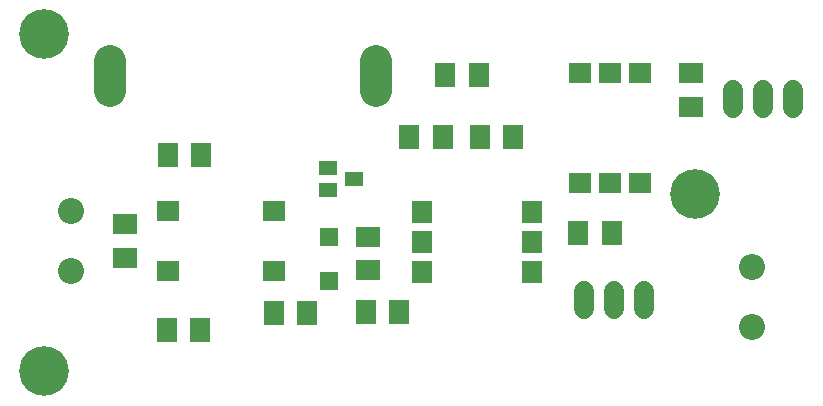
<source format=gbr>
G04 EAGLE Gerber RS-274X export*
G75*
%MOMM*%
%FSLAX34Y34*%
%LPD*%
%INSoldermask Top*%
%IPPOS*%
%AMOC8*
5,1,8,0,0,1.08239X$1,22.5*%
G01*
%ADD10C,4.203200*%
%ADD11R,1.903200X1.703200*%
%ADD12R,1.603200X1.603200*%
%ADD13R,1.723200X1.983200*%
%ADD14R,1.803200X2.003200*%
%ADD15R,1.603200X1.203200*%
%ADD16R,2.003200X1.803200*%
%ADD17C,2.203200*%
%ADD18C,1.727200*%
%ADD19R,1.803200X2.006200*%
%ADD20R,1.983200X1.723200*%
%ADD21C,1.711200*%
%ADD22R,2.006200X1.803200*%
%ADD23C,2.743200*%


D10*
X31750Y316865D03*
X582930Y181610D03*
X31750Y31110D03*
D11*
X225975Y116105D03*
X225975Y167105D03*
X135975Y167105D03*
X135975Y116105D03*
D12*
X272410Y107860D03*
X272410Y144860D03*
D13*
X351700Y165735D03*
X351700Y140335D03*
X351700Y114935D03*
X444600Y114935D03*
X444600Y140335D03*
X444600Y165735D03*
D14*
X163855Y66035D03*
X135855Y66035D03*
X164495Y214635D03*
X136495Y214635D03*
X254030Y80645D03*
X226030Y80645D03*
X332140Y81285D03*
X304140Y81285D03*
D15*
X294205Y194305D03*
X272205Y184805D03*
X272205Y203805D03*
D16*
X99695Y127605D03*
X99695Y155605D03*
D17*
X54360Y166586D03*
X54360Y115786D03*
D18*
X665480Y254000D02*
X665480Y269240D01*
X640080Y269240D02*
X640080Y254000D01*
X614680Y254000D02*
X614680Y269240D01*
D17*
X630810Y69009D03*
X630810Y119809D03*
D19*
X340745Y229235D03*
X369185Y229235D03*
D14*
X400340Y229235D03*
X428340Y229235D03*
D20*
X485140Y191040D03*
X510540Y191040D03*
X535940Y191040D03*
X535940Y283940D03*
X510540Y283940D03*
X485140Y283940D03*
D19*
X512060Y148590D03*
X483620Y148590D03*
D21*
X539115Y98980D02*
X539115Y83900D01*
X513715Y83900D02*
X513715Y98980D01*
X488315Y98980D02*
X488315Y83900D01*
D22*
X579120Y283460D03*
X579120Y255020D03*
D19*
X399284Y282321D03*
X370844Y282321D03*
D16*
X305435Y116810D03*
X305435Y144810D03*
D23*
X87503Y268605D02*
X87503Y294005D01*
X312547Y294005D02*
X312547Y268605D01*
M02*

</source>
